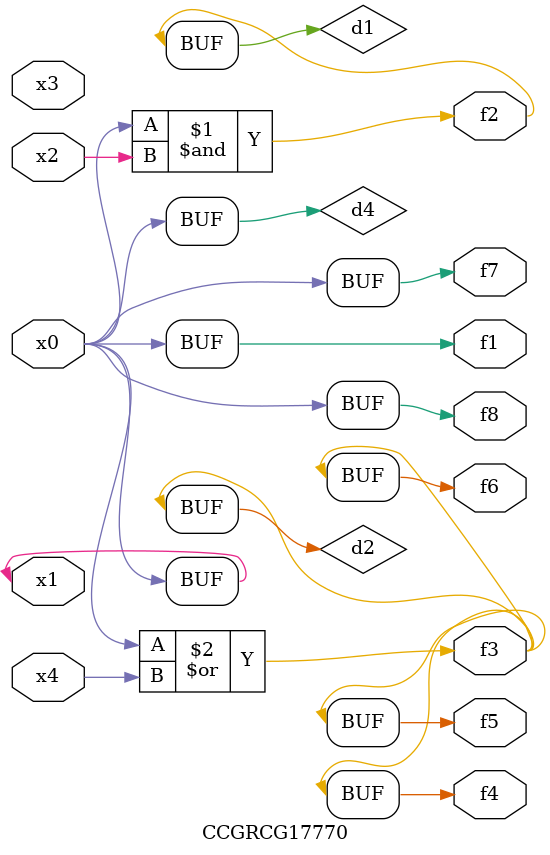
<source format=v>
module CCGRCG17770(
	input x0, x1, x2, x3, x4,
	output f1, f2, f3, f4, f5, f6, f7, f8
);

	wire d1, d2, d3, d4;

	and (d1, x0, x2);
	or (d2, x0, x4);
	nand (d3, x0, x2);
	buf (d4, x0, x1);
	assign f1 = d4;
	assign f2 = d1;
	assign f3 = d2;
	assign f4 = d2;
	assign f5 = d2;
	assign f6 = d2;
	assign f7 = d4;
	assign f8 = d4;
endmodule

</source>
